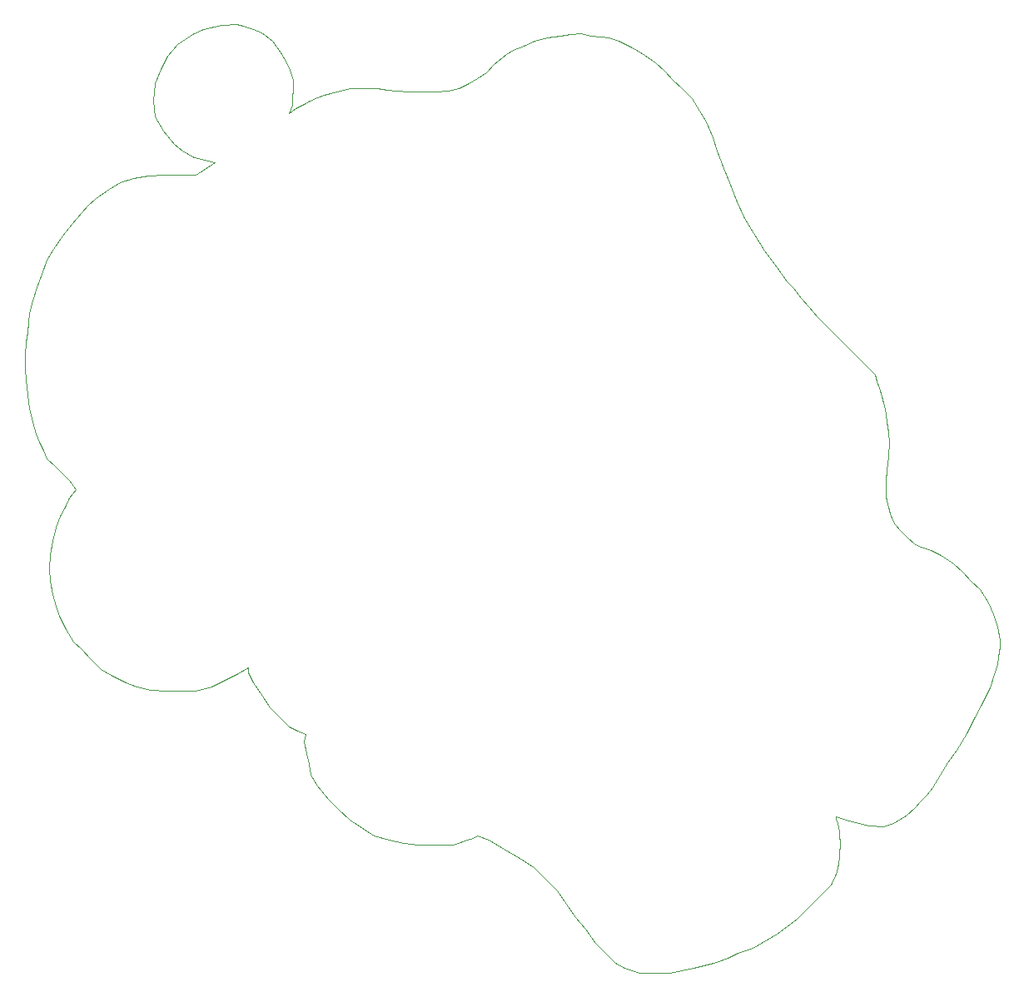
<source format=gbr>
%TF.GenerationSoftware,KiCad,Pcbnew,9.0.2*%
%TF.CreationDate,2025-06-05T20:51:45-04:00*%
%TF.ProjectId,solder-2nd-attempt,736f6c64-6572-42d3-926e-642d61747465,rev?*%
%TF.SameCoordinates,Original*%
%TF.FileFunction,Profile,NP*%
%FSLAX46Y46*%
G04 Gerber Fmt 4.6, Leading zero omitted, Abs format (unit mm)*
G04 Created by KiCad (PCBNEW 9.0.2) date 2025-06-05 20:51:45*
%MOMM*%
%LPD*%
G01*
G04 APERTURE LIST*
%TA.AperFunction,Profile*%
%ADD10C,0.100000*%
%TD*%
G04 APERTURE END LIST*
D10*
X42464692Y-93201512D02*
X43474973Y-93538270D01*
X44260745Y-93875029D01*
X45383274Y-94773055D01*
X46281301Y-95895586D01*
X46842567Y-96905865D01*
X47179327Y-97691637D01*
X47516084Y-98701918D01*
X47516088Y-99599941D01*
X47403832Y-100610222D01*
X47403832Y-101283739D01*
X47067076Y-102069512D01*
X47740593Y-101620498D01*
X48638618Y-101171486D01*
X49199885Y-100834726D01*
X49985658Y-100497967D01*
X50659175Y-100273460D01*
X51332696Y-100048953D01*
X52230720Y-99824449D01*
X53353253Y-99599941D01*
X54700289Y-99599944D01*
X56047328Y-99599944D01*
X57057607Y-99712196D01*
X58067887Y-99824448D01*
X59302671Y-99936702D01*
X60200697Y-99936702D01*
X61098723Y-99936703D01*
X61996749Y-99936701D01*
X63231535Y-99824448D01*
X64354065Y-99599944D01*
X65364347Y-99038676D01*
X66262370Y-98589661D01*
X67160395Y-97916143D01*
X67946167Y-97130372D01*
X69180953Y-96120092D01*
X69854471Y-95671080D01*
X70977003Y-95222069D01*
X72099538Y-94773053D01*
X73334322Y-94436294D01*
X74681359Y-94211788D01*
X75691641Y-94099533D01*
X76701916Y-93987286D01*
X77824447Y-94211790D01*
X78834727Y-94324043D01*
X79620496Y-94436297D01*
X80630781Y-94773052D01*
X81977817Y-95446572D01*
X82988094Y-96007841D01*
X84335136Y-96905864D01*
X85233162Y-97803890D01*
X86131188Y-98701915D01*
X87029212Y-99599939D01*
X88039490Y-100610218D01*
X88825261Y-101845009D01*
X89498781Y-102967535D01*
X90172301Y-104539082D01*
X90621314Y-105886121D01*
X91294831Y-107682174D01*
X91856096Y-109141466D01*
X92529620Y-110937513D01*
X93427646Y-112733564D01*
X94325672Y-114305108D01*
X95448199Y-116101165D01*
X96682987Y-117784958D01*
X97693262Y-119244254D01*
X98366782Y-119917774D01*
X99152560Y-120928049D01*
X99938332Y-121713821D01*
X100836355Y-122836355D01*
X101734380Y-123734380D01*
X102407897Y-124407897D01*
X103193672Y-125193673D01*
X104091695Y-126091695D01*
X104989722Y-126989721D01*
X106000000Y-128000000D01*
X106673519Y-128673519D01*
X106898024Y-129347042D01*
X107122533Y-130020559D01*
X107347040Y-130918581D01*
X107459291Y-131255344D01*
X107571546Y-131592103D01*
X107683799Y-132153366D01*
X107796050Y-132714632D01*
X107908302Y-133500407D01*
X108020560Y-134510685D01*
X108132814Y-135520967D01*
X108020560Y-136980254D01*
X107908301Y-138439545D01*
X107796050Y-139449823D01*
X107796050Y-140347850D01*
X107796057Y-141021373D01*
X107908308Y-141582639D01*
X108020559Y-142143904D01*
X108245067Y-142817423D01*
X108469573Y-143490943D01*
X108694076Y-143939956D01*
X109255345Y-144501224D01*
X109928861Y-145174741D01*
X110714632Y-145960513D01*
X111388152Y-146185018D01*
X112398431Y-146521775D01*
X113408716Y-147083045D01*
X114643497Y-147868814D01*
X115541523Y-148766841D01*
X116439550Y-149664867D01*
X117337576Y-150562893D01*
X118235600Y-151909929D01*
X118684610Y-153032463D01*
X119133623Y-154379503D01*
X119358130Y-155726539D01*
X119358130Y-156400055D01*
X119245874Y-157410337D01*
X119133629Y-158196112D01*
X118796868Y-159206390D01*
X118347855Y-160553430D01*
X117562083Y-162237227D01*
X116776307Y-163696519D01*
X115990537Y-165155808D01*
X114980256Y-166839605D01*
X114082232Y-168186649D01*
X113071954Y-169870444D01*
X112510689Y-170656218D01*
X111949417Y-171441986D01*
X111275897Y-172115506D01*
X110714632Y-172676770D01*
X109816606Y-173574797D01*
X109255348Y-173911559D01*
X108581824Y-174360573D01*
X107571546Y-174697334D01*
X106112258Y-174585079D01*
X104989721Y-174360569D01*
X103754936Y-174023810D01*
X102744663Y-173687052D01*
X102744655Y-173911555D01*
X102876013Y-174290931D01*
X102976404Y-174710264D01*
X103047310Y-175164785D01*
X103090208Y-175649726D01*
X103106579Y-176160321D01*
X103097900Y-176691797D01*
X103065653Y-177239387D01*
X103011314Y-177798325D01*
X102936368Y-178363839D01*
X102842288Y-178931163D01*
X102730557Y-179495526D01*
X102242627Y-180555055D01*
X101742627Y-181055055D01*
X101242627Y-181555055D01*
X100242627Y-182555055D01*
X98742627Y-184055055D01*
X96742627Y-185555055D01*
X94242627Y-187055055D01*
X92742627Y-187555055D01*
X91742627Y-188055055D01*
X90242627Y-188555055D01*
X88242627Y-189055055D01*
X85742627Y-189555055D01*
X84242627Y-189555055D01*
X82742627Y-189555055D01*
X81242627Y-189055055D01*
X80242627Y-188555055D01*
X79242627Y-187494196D01*
X78242627Y-186483914D01*
X77242627Y-185055055D01*
X76242627Y-183902093D01*
X75242627Y-182555055D01*
X74344597Y-181208013D01*
X73222066Y-180085482D01*
X71987281Y-178850697D01*
X70527991Y-177840419D01*
X68956447Y-176942393D01*
X67384903Y-176044369D01*
X66262371Y-175595358D01*
X65813357Y-175819862D01*
X65242627Y-176055055D01*
X63742627Y-176555055D01*
X63242627Y-176555055D01*
X62242627Y-176555055D01*
X61242627Y-176555055D01*
X60242627Y-176555055D01*
X58742627Y-176381129D01*
X57242627Y-176055055D01*
X55742627Y-175555055D01*
X53240998Y-174023810D01*
X52118468Y-172901279D01*
X51108191Y-171891002D01*
X49985656Y-170543960D01*
X49312139Y-169421431D01*
X49087632Y-168298897D01*
X48863125Y-167176365D01*
X48638616Y-166053832D01*
X48750872Y-165268062D01*
X47965099Y-164931303D01*
X47067074Y-164482290D01*
X46056795Y-163472011D01*
X45158769Y-162573985D01*
X44372996Y-161339201D01*
X43474971Y-159992162D01*
X42913705Y-158981882D01*
X42913706Y-158532871D01*
X41791173Y-159206389D01*
X40556390Y-159767656D01*
X39209348Y-160441173D01*
X37637805Y-160890187D01*
X36290766Y-160890186D01*
X34719223Y-160890188D01*
X33035424Y-160777934D01*
X31576131Y-160441173D01*
X30453600Y-159992160D01*
X29106562Y-159318643D01*
X27984029Y-158645122D01*
X26861497Y-157522590D01*
X25963473Y-156624566D01*
X25177699Y-155838792D01*
X24391928Y-154604008D01*
X23718409Y-153256970D01*
X23381649Y-152246691D01*
X23044889Y-151011904D01*
X22820383Y-149664867D01*
X22708129Y-148430082D01*
X22820384Y-146970791D01*
X23044888Y-145623752D01*
X23381651Y-144164461D01*
X23830663Y-143041929D01*
X24279674Y-142143903D01*
X24728687Y-141245878D01*
X25402206Y-140347851D01*
X24728688Y-139449827D01*
X24055168Y-138776307D01*
X23269396Y-137990536D01*
X22483625Y-137204762D01*
X22146863Y-136418990D01*
X21697851Y-135520965D01*
X21361092Y-134735192D01*
X21024332Y-133500407D01*
X20687573Y-132041116D01*
X20463066Y-130694077D01*
X20350812Y-129234786D01*
X20238559Y-128000000D01*
X20238560Y-126652961D01*
X20350813Y-125418178D01*
X20463065Y-124407899D01*
X20575320Y-123397620D01*
X20687573Y-122387341D01*
X21024331Y-121152557D01*
X21473345Y-119805518D01*
X21922358Y-118458479D01*
X22483625Y-116999187D01*
X23157143Y-115876655D01*
X24055167Y-114529617D01*
X24953194Y-113407085D01*
X25963473Y-112172300D01*
X26636993Y-111498780D01*
X27422765Y-110713009D01*
X28769800Y-109814983D01*
X29892335Y-109141464D01*
X31239373Y-108692451D01*
X32810919Y-108467944D01*
X34270209Y-108355691D01*
X35392741Y-108355693D01*
X36515273Y-108355690D01*
X37637805Y-108355692D01*
X39546110Y-107120904D01*
X37413297Y-106559642D01*
X36290765Y-105886122D01*
X35392741Y-105212602D01*
X34270208Y-103865565D01*
X33484437Y-102406271D01*
X33259931Y-100834726D01*
X33484437Y-99038675D01*
X34045704Y-97579385D01*
X34742627Y-96232345D01*
X35742627Y-95055055D01*
X37242627Y-94055055D01*
X38393566Y-93555055D01*
X40242627Y-93089256D01*
X41742627Y-93055055D01*
X42464692Y-93201512D01*
M02*

</source>
